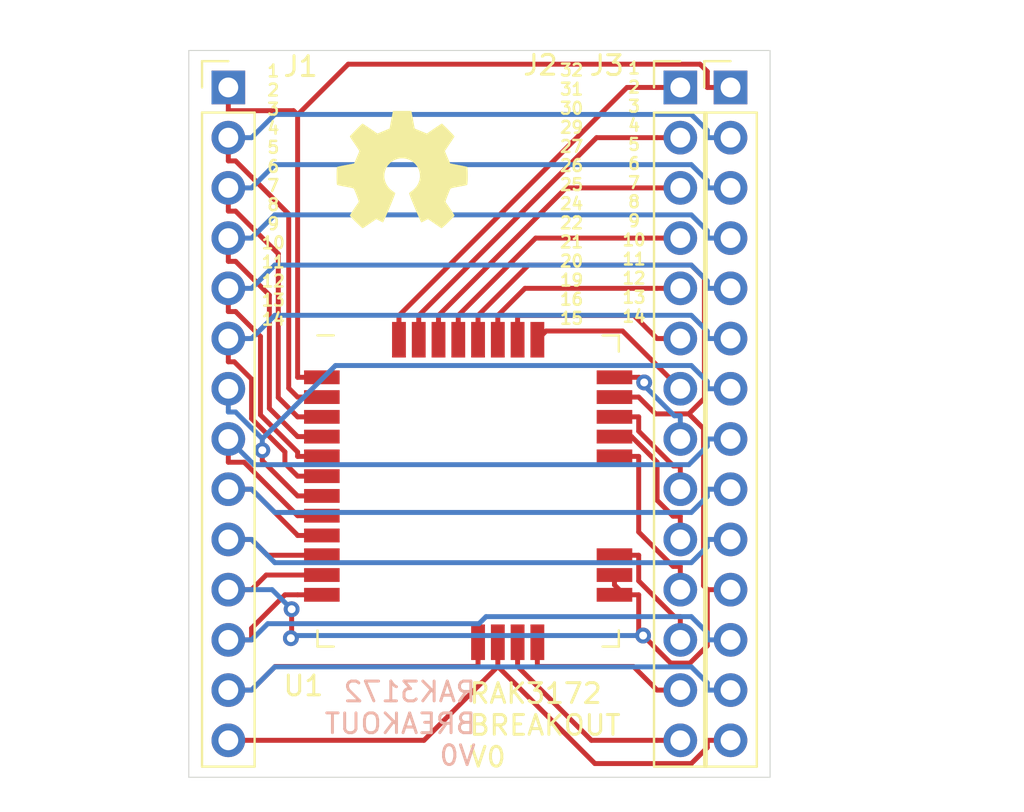
<source format=kicad_pcb>
(kicad_pcb (version 20171130) (host pcbnew 5.1.5+dfsg1-2build2)

  (general
    (thickness 1.6)
    (drawings 9)
    (tracks 244)
    (zones 0)
    (modules 5)
    (nets 29)
  )

  (page A4)
  (title_block
    (title RAK3172_BREAKBOARD)
  )

  (layers
    (0 F.Cu signal)
    (31 B.Cu signal)
    (32 B.Adhes user)
    (33 F.Adhes user)
    (34 B.Paste user)
    (35 F.Paste user)
    (36 B.SilkS user)
    (37 F.SilkS user)
    (38 B.Mask user)
    (39 F.Mask user)
    (40 Dwgs.User user)
    (41 Cmts.User user)
    (42 Eco1.User user)
    (43 Eco2.User user)
    (44 Edge.Cuts user)
    (45 Margin user)
    (46 B.CrtYd user)
    (47 F.CrtYd user)
    (48 B.Fab user)
    (49 F.Fab user)
  )

  (setup
    (last_trace_width 0.25)
    (trace_clearance 0.2)
    (zone_clearance 0.508)
    (zone_45_only no)
    (trace_min 0.2)
    (via_size 0.8)
    (via_drill 0.4)
    (via_min_size 0.4)
    (via_min_drill 0.3)
    (uvia_size 0.3)
    (uvia_drill 0.1)
    (uvias_allowed no)
    (uvia_min_size 0.2)
    (uvia_min_drill 0.1)
    (edge_width 0.05)
    (segment_width 0.2)
    (pcb_text_width 0.3)
    (pcb_text_size 1.5 1.5)
    (mod_edge_width 0.12)
    (mod_text_size 1 1)
    (mod_text_width 0.15)
    (pad_size 1.524 1.524)
    (pad_drill 0.762)
    (pad_to_mask_clearance 0.051)
    (solder_mask_min_width 0.25)
    (aux_axis_origin 0 0)
    (visible_elements FFFFFF7F)
    (pcbplotparams
      (layerselection 0x010f0_ffffffff)
      (usegerberextensions false)
      (usegerberattributes false)
      (usegerberadvancedattributes false)
      (creategerberjobfile false)
      (excludeedgelayer true)
      (linewidth 0.100000)
      (plotframeref false)
      (viasonmask false)
      (mode 1)
      (useauxorigin false)
      (hpglpennumber 1)
      (hpglpenspeed 20)
      (hpglpendiameter 15.000000)
      (psnegative false)
      (psa4output false)
      (plotreference true)
      (plotvalue true)
      (plotinvisibletext false)
      (padsonsilk false)
      (subtractmaskfromsilk false)
      (outputformat 1)
      (mirror false)
      (drillshape 0)
      (scaleselection 1)
      (outputdirectory "gerber/single/"))
  )

  (net 0 "")
  (net 1 /ICPIN02)
  (net 2 /ICPIN01)
  (net 3 /ICPIN22)
  (net 4 /ICPIN21)
  (net 5 /ICPIN20)
  (net 6 /ICPIN19)
  (net 7 /ICPIN16)
  (net 8 /ICPIN15)
  (net 9 /ICPIN13)
  (net 10 /ICPIN12)
  (net 11 /ICPIN11)
  (net 12 /ICPIN10)
  (net 13 /ICPIN09)
  (net 14 /ICPIN08)
  (net 15 /ICPIN07)
  (net 16 /ICPIN06)
  (net 17 /ICPIN05)
  (net 18 /ICPIN04)
  (net 19 /ICPIN03)
  (net 20 /ICPIN24)
  (net 21 /ICPIN25)
  (net 22 /ICPIN26)
  (net 23 /ICPIN27)
  (net 24 /ICPIN29)
  (net 25 /ICPIN30)
  (net 26 /ICPIN31)
  (net 27 /ICPIN32)
  (net 28 /ICPIN14)

  (net_class Default "This is the default net class."
    (clearance 0.2)
    (trace_width 0.25)
    (via_dia 0.8)
    (via_drill 0.4)
    (uvia_dia 0.3)
    (uvia_drill 0.1)
    (add_net /ICPIN01)
    (add_net /ICPIN02)
    (add_net /ICPIN03)
    (add_net /ICPIN04)
    (add_net /ICPIN05)
    (add_net /ICPIN06)
    (add_net /ICPIN07)
    (add_net /ICPIN08)
    (add_net /ICPIN09)
    (add_net /ICPIN10)
    (add_net /ICPIN11)
    (add_net /ICPIN12)
    (add_net /ICPIN13)
    (add_net /ICPIN14)
    (add_net /ICPIN15)
    (add_net /ICPIN16)
    (add_net /ICPIN19)
    (add_net /ICPIN20)
    (add_net /ICPIN21)
    (add_net /ICPIN22)
    (add_net /ICPIN24)
    (add_net /ICPIN25)
    (add_net /ICPIN26)
    (add_net /ICPIN27)
    (add_net /ICPIN29)
    (add_net /ICPIN30)
    (add_net /ICPIN31)
    (add_net /ICPIN32)
  )

  (module RAKWIRELESS:RAK3172 (layer F.Cu) (tedit 621EFB45) (tstamp 621FB1C2)
    (at 64.13 72.28)
    (descr "RAK3712 LPWAN Module https://site-file.fomillesite.com/1260815565112336386/1427562149389201410.pdf")
    (tags "LoRa LoRaWAN RAK3712")
    (path /621FD6BE)
    (attr smd)
    (fp_text reference U1 (at -8.33128 9.85344) (layer F.SilkS)
      (effects (font (size 1 1) (thickness 0.15)))
    )
    (fp_text value RAK3172 (at 0 10.16) (layer F.Fab)
      (effects (font (size 1 1) (thickness 0.15)))
    )
    (fp_line (start 8.55 8.8) (end -8.55 8.8) (layer F.CrtYd) (width 0.05))
    (fp_line (start 8.55 -8.8) (end -8.55 -8.8) (layer F.CrtYd) (width 0.05))
    (fp_line (start -8.55 -8.8) (end -8.55 8.8) (layer F.CrtYd) (width 0.05))
    (fp_line (start 8.55 -8.8) (end 8.55 8.8) (layer F.CrtYd) (width 0.05))
    (fp_line (start -7.62 -7.87) (end -6.8 -7.87) (layer F.SilkS) (width 0.12))
    (fp_line (start 7.62 -7.05) (end 7.62 -7.87) (layer F.SilkS) (width 0.12))
    (fp_line (start 7.62 -7.87) (end 6.8 -7.87) (layer F.SilkS) (width 0.12))
    (fp_line (start -7.62 7.05) (end -7.62 7.87) (layer F.SilkS) (width 0.12))
    (fp_line (start -6.8 7.87) (end -7.62 7.87) (layer F.SilkS) (width 0.12))
    (fp_line (start 7.62 7.05) (end 7.62 7.87) (layer F.SilkS) (width 0.12))
    (fp_line (start 6.8 7.87) (end 7.62 7.87) (layer F.SilkS) (width 0.12))
    (fp_line (start -6.8 -7.75) (end 7.5 -7.75) (layer F.Fab) (width 0.1))
    (fp_line (start -7.5 7.75) (end 7.5 7.75) (layer F.Fab) (width 0.1))
    (fp_line (start 7.5 -7.75) (end 7.5 7.75) (layer F.Fab) (width 0.1))
    (fp_line (start -7.5 -7.05) (end -7.5 7.75) (layer F.Fab) (width 0.1))
    (fp_line (start -7.5 -7.05) (end -6.8 -7.75) (layer F.Fab) (width 0.1))
    (fp_text user %R (at 0 0) (layer F.Fab)
      (effects (font (size 1 1) (thickness 0.15)))
    )
    (pad 25 smd rect (at 3.5 -7.65 270) (size 1.8 0.7) (layers F.Cu F.Paste F.Mask)
      (net 21 /ICPIN25))
    (pad 26 smd rect (at 2.5 -7.65 270) (size 1.8 0.7) (layers F.Cu F.Paste F.Mask)
      (net 22 /ICPIN26))
    (pad 27 smd rect (at 1.5 -7.65 270) (size 1.8 0.7) (layers F.Cu F.Paste F.Mask)
      (net 23 /ICPIN27))
    (pad 28 smd rect (at 0.5 -7.65 270) (size 1.8 0.7) (layers F.Cu F.Paste F.Mask)
      (net 11 /ICPIN11))
    (pad 29 smd rect (at -0.5 -7.65 270) (size 1.8 0.7) (layers F.Cu F.Paste F.Mask)
      (net 24 /ICPIN29))
    (pad 30 smd rect (at -1.5 -7.65 270) (size 1.8 0.7) (layers F.Cu F.Paste F.Mask)
      (net 25 /ICPIN30))
    (pad 31 smd rect (at -2.5 -7.65 270) (size 1.8 0.7) (layers F.Cu F.Paste F.Mask)
      (net 26 /ICPIN31))
    (pad 32 smd rect (at -3.5 -7.65 270) (size 1.8 0.7) (layers F.Cu F.Paste F.Mask)
      (net 27 /ICPIN32))
    (pad 24 smd rect (at 7.4 -5.75) (size 1.8 0.7) (layers F.Cu F.Paste F.Mask)
      (net 20 /ICPIN24))
    (pad 23 smd rect (at 7.4 -4.75) (size 1.8 0.7) (layers F.Cu F.Paste F.Mask)
      (net 11 /ICPIN11))
    (pad 22 smd rect (at 7.4 -3.75) (size 1.8 0.7) (layers F.Cu F.Paste F.Mask)
      (net 3 /ICPIN22))
    (pad 21 smd rect (at 7.4 -2.75) (size 1.8 0.7) (layers F.Cu F.Paste F.Mask)
      (net 4 /ICPIN21))
    (pad 20 smd rect (at 7.4 -1.75) (size 1.8 0.7) (layers F.Cu F.Paste F.Mask)
      (net 5 /ICPIN20))
    (pad 19 smd rect (at 7.4 3.25) (size 1.8 0.7) (layers F.Cu F.Paste F.Mask)
      (net 6 /ICPIN19))
    (pad 18 smd rect (at 7.4 4.25) (size 1.8 0.7) (layers F.Cu F.Paste F.Mask)
      (net 11 /ICPIN11))
    (pad 17 smd rect (at 7.4 5.25) (size 1.8 0.7) (layers F.Cu F.Paste F.Mask)
      (net 11 /ICPIN11))
    (pad 12 smd rect (at -7.4 5.25) (size 1.8 0.7) (layers F.Cu F.Paste F.Mask)
      (net 10 /ICPIN12))
    (pad 11 smd rect (at -7.4 4.25) (size 1.8 0.7) (layers F.Cu F.Paste F.Mask)
      (net 11 /ICPIN11))
    (pad 10 smd rect (at -7.4 3.25) (size 1.8 0.7) (layers F.Cu F.Paste F.Mask)
      (net 12 /ICPIN10))
    (pad 9 smd rect (at -7.4 2.25) (size 1.8 0.7) (layers F.Cu F.Paste F.Mask)
      (net 13 /ICPIN09))
    (pad 3 smd rect (at -7.4 -3.75) (size 1.8 0.7) (layers F.Cu F.Paste F.Mask)
      (net 19 /ICPIN03))
    (pad 4 smd rect (at -7.4 -2.75) (size 1.8 0.7) (layers F.Cu F.Paste F.Mask)
      (net 18 /ICPIN04))
    (pad 5 smd rect (at -7.4 -1.75) (size 1.8 0.7) (layers F.Cu F.Paste F.Mask)
      (net 17 /ICPIN05))
    (pad 6 smd rect (at -7.4 -0.75) (size 1.8 0.7) (layers F.Cu F.Paste F.Mask)
      (net 16 /ICPIN06))
    (pad 16 smd rect (at 3.5 7.65 90) (size 1.8 0.7) (layers F.Cu F.Paste F.Mask)
      (net 7 /ICPIN16))
    (pad 2 smd rect (at -7.4 -4.75) (size 1.8 0.7) (layers F.Cu F.Paste F.Mask)
      (net 1 /ICPIN02))
    (pad 1 smd rect (at -7.4 -5.75) (size 1.8 0.7) (layers F.Cu F.Paste F.Mask)
      (net 2 /ICPIN01))
    (pad 15 smd rect (at 2.5 7.65 90) (size 1.8 0.7) (layers F.Cu F.Paste F.Mask)
      (net 8 /ICPIN15))
    (pad 14 smd rect (at 1.5 7.65 90) (size 1.8 0.7) (layers F.Cu F.Paste F.Mask)
      (net 28 /ICPIN14))
    (pad 13 smd rect (at 0.5 7.65 270) (size 1.8 0.7) (layers F.Cu F.Paste F.Mask)
      (net 9 /ICPIN13))
    (pad 8 smd rect (at -7.4 1.25) (size 1.8 0.7) (layers F.Cu F.Paste F.Mask)
      (net 14 /ICPIN08))
    (pad 7 smd rect (at -7.4 0.25) (size 1.8 0.7) (layers F.Cu F.Paste F.Mask)
      (net 15 /ICPIN07))
    (model ${KISYS3DMOD}/RF_Module.3dshapes/RAK3712.wrl
      (at (xyz 0 0 0))
      (scale (xyz 1 1 1))
      (rotate (xyz 0 0 0))
    )
  )

  (module Connector_PinHeader_2.54mm:PinHeader_1x14_P2.54mm_Vertical (layer F.Cu) (tedit 59FED5CC) (tstamp 621F5E7E)
    (at 77.4 51.87)
    (descr "Through hole straight pin header, 1x14, 2.54mm pitch, single row")
    (tags "Through hole pin header THT 1x14 2.54mm single row")
    (path /621F6CCC)
    (fp_text reference J3 (at -6.25968 -1.11064) (layer F.SilkS)
      (effects (font (size 1 1) (thickness 0.15)))
    )
    (fp_text value Conn_01x14_Male (at 0 35.35) (layer F.Fab)
      (effects (font (size 1 1) (thickness 0.15)))
    )
    (fp_text user %R (at 0 16.51 90) (layer F.Fab)
      (effects (font (size 1 1) (thickness 0.15)))
    )
    (fp_line (start 1.8 -1.8) (end -1.8 -1.8) (layer F.CrtYd) (width 0.05))
    (fp_line (start 1.8 34.8) (end 1.8 -1.8) (layer F.CrtYd) (width 0.05))
    (fp_line (start -1.8 34.8) (end 1.8 34.8) (layer F.CrtYd) (width 0.05))
    (fp_line (start -1.8 -1.8) (end -1.8 34.8) (layer F.CrtYd) (width 0.05))
    (fp_line (start -1.33 -1.33) (end 0 -1.33) (layer F.SilkS) (width 0.12))
    (fp_line (start -1.33 0) (end -1.33 -1.33) (layer F.SilkS) (width 0.12))
    (fp_line (start -1.33 1.27) (end 1.33 1.27) (layer F.SilkS) (width 0.12))
    (fp_line (start 1.33 1.27) (end 1.33 34.35) (layer F.SilkS) (width 0.12))
    (fp_line (start -1.33 1.27) (end -1.33 34.35) (layer F.SilkS) (width 0.12))
    (fp_line (start -1.33 34.35) (end 1.33 34.35) (layer F.SilkS) (width 0.12))
    (fp_line (start -1.27 -0.635) (end -0.635 -1.27) (layer F.Fab) (width 0.1))
    (fp_line (start -1.27 34.29) (end -1.27 -0.635) (layer F.Fab) (width 0.1))
    (fp_line (start 1.27 34.29) (end -1.27 34.29) (layer F.Fab) (width 0.1))
    (fp_line (start 1.27 -1.27) (end 1.27 34.29) (layer F.Fab) (width 0.1))
    (fp_line (start -0.635 -1.27) (end 1.27 -1.27) (layer F.Fab) (width 0.1))
    (pad 14 thru_hole oval (at 0 33.02) (size 1.7 1.7) (drill 1) (layers *.Cu *.Mask)
      (net 28 /ICPIN14))
    (pad 13 thru_hole oval (at 0 30.48) (size 1.7 1.7) (drill 1) (layers *.Cu *.Mask)
      (net 9 /ICPIN13))
    (pad 12 thru_hole oval (at 0 27.94) (size 1.7 1.7) (drill 1) (layers *.Cu *.Mask)
      (net 10 /ICPIN12))
    (pad 11 thru_hole oval (at 0 25.4) (size 1.7 1.7) (drill 1) (layers *.Cu *.Mask)
      (net 11 /ICPIN11))
    (pad 10 thru_hole oval (at 0 22.86) (size 1.7 1.7) (drill 1) (layers *.Cu *.Mask)
      (net 12 /ICPIN10))
    (pad 9 thru_hole oval (at 0 20.32) (size 1.7 1.7) (drill 1) (layers *.Cu *.Mask)
      (net 13 /ICPIN09))
    (pad 8 thru_hole oval (at 0 17.78) (size 1.7 1.7) (drill 1) (layers *.Cu *.Mask)
      (net 14 /ICPIN08))
    (pad 7 thru_hole oval (at 0 15.24) (size 1.7 1.7) (drill 1) (layers *.Cu *.Mask)
      (net 15 /ICPIN07))
    (pad 6 thru_hole oval (at 0 12.7) (size 1.7 1.7) (drill 1) (layers *.Cu *.Mask)
      (net 16 /ICPIN06))
    (pad 5 thru_hole oval (at 0 10.16) (size 1.7 1.7) (drill 1) (layers *.Cu *.Mask)
      (net 17 /ICPIN05))
    (pad 4 thru_hole oval (at 0 7.62) (size 1.7 1.7) (drill 1) (layers *.Cu *.Mask)
      (net 18 /ICPIN04))
    (pad 3 thru_hole oval (at 0 5.08) (size 1.7 1.7) (drill 1) (layers *.Cu *.Mask)
      (net 19 /ICPIN03))
    (pad 2 thru_hole oval (at 0 2.54) (size 1.7 1.7) (drill 1) (layers *.Cu *.Mask)
      (net 1 /ICPIN02))
    (pad 1 thru_hole rect (at 0 0) (size 1.7 1.7) (drill 1) (layers *.Cu *.Mask)
      (net 2 /ICPIN01))
    (model ${KISYS3DMOD}/Connector_PinHeader_2.54mm.3dshapes/PinHeader_1x14_P2.54mm_Vertical.wrl
      (at (xyz 0 0 0))
      (scale (xyz 1 1 1))
      (rotate (xyz 0 0 0))
    )
  )

  (module Connector_PinHeader_2.54mm:PinHeader_1x14_P2.54mm_Vertical (layer F.Cu) (tedit 59FED5CC) (tstamp 621F5440)
    (at 74.86 51.87)
    (descr "Through hole straight pin header, 1x14, 2.54mm pitch, single row")
    (tags "Through hole pin header THT 1x14 2.54mm single row")
    (path /621FB759)
    (fp_text reference J2 (at -7.07248 -1.12588) (layer F.SilkS)
      (effects (font (size 1 1) (thickness 0.15)))
    )
    (fp_text value Conn_01x14_Male (at 0 35.35) (layer F.Fab)
      (effects (font (size 1 1) (thickness 0.15)))
    )
    (fp_text user %R (at 0 16.51 90) (layer F.Fab)
      (effects (font (size 1 1) (thickness 0.15)))
    )
    (fp_line (start 1.8 -1.8) (end -1.8 -1.8) (layer F.CrtYd) (width 0.05))
    (fp_line (start 1.8 34.8) (end 1.8 -1.8) (layer F.CrtYd) (width 0.05))
    (fp_line (start -1.8 34.8) (end 1.8 34.8) (layer F.CrtYd) (width 0.05))
    (fp_line (start -1.8 -1.8) (end -1.8 34.8) (layer F.CrtYd) (width 0.05))
    (fp_line (start -1.33 -1.33) (end 0 -1.33) (layer F.SilkS) (width 0.12))
    (fp_line (start -1.33 0) (end -1.33 -1.33) (layer F.SilkS) (width 0.12))
    (fp_line (start -1.33 1.27) (end 1.33 1.27) (layer F.SilkS) (width 0.12))
    (fp_line (start 1.33 1.27) (end 1.33 34.35) (layer F.SilkS) (width 0.12))
    (fp_line (start -1.33 1.27) (end -1.33 34.35) (layer F.SilkS) (width 0.12))
    (fp_line (start -1.33 34.35) (end 1.33 34.35) (layer F.SilkS) (width 0.12))
    (fp_line (start -1.27 -0.635) (end -0.635 -1.27) (layer F.Fab) (width 0.1))
    (fp_line (start -1.27 34.29) (end -1.27 -0.635) (layer F.Fab) (width 0.1))
    (fp_line (start 1.27 34.29) (end -1.27 34.29) (layer F.Fab) (width 0.1))
    (fp_line (start 1.27 -1.27) (end 1.27 34.29) (layer F.Fab) (width 0.1))
    (fp_line (start -0.635 -1.27) (end 1.27 -1.27) (layer F.Fab) (width 0.1))
    (pad 14 thru_hole oval (at 0 33.02) (size 1.7 1.7) (drill 1) (layers *.Cu *.Mask)
      (net 8 /ICPIN15))
    (pad 13 thru_hole oval (at 0 30.48) (size 1.7 1.7) (drill 1) (layers *.Cu *.Mask)
      (net 7 /ICPIN16))
    (pad 12 thru_hole oval (at 0 27.94) (size 1.7 1.7) (drill 1) (layers *.Cu *.Mask)
      (net 6 /ICPIN19))
    (pad 11 thru_hole oval (at 0 25.4) (size 1.7 1.7) (drill 1) (layers *.Cu *.Mask)
      (net 5 /ICPIN20))
    (pad 10 thru_hole oval (at 0 22.86) (size 1.7 1.7) (drill 1) (layers *.Cu *.Mask)
      (net 4 /ICPIN21))
    (pad 9 thru_hole oval (at 0 20.32) (size 1.7 1.7) (drill 1) (layers *.Cu *.Mask)
      (net 3 /ICPIN22))
    (pad 8 thru_hole oval (at 0 17.78) (size 1.7 1.7) (drill 1) (layers *.Cu *.Mask)
      (net 20 /ICPIN24))
    (pad 7 thru_hole oval (at 0 15.24) (size 1.7 1.7) (drill 1) (layers *.Cu *.Mask)
      (net 21 /ICPIN25))
    (pad 6 thru_hole oval (at 0 12.7) (size 1.7 1.7) (drill 1) (layers *.Cu *.Mask)
      (net 22 /ICPIN26))
    (pad 5 thru_hole oval (at 0 10.16) (size 1.7 1.7) (drill 1) (layers *.Cu *.Mask)
      (net 23 /ICPIN27))
    (pad 4 thru_hole oval (at 0 7.62) (size 1.7 1.7) (drill 1) (layers *.Cu *.Mask)
      (net 24 /ICPIN29))
    (pad 3 thru_hole oval (at 0 5.08) (size 1.7 1.7) (drill 1) (layers *.Cu *.Mask)
      (net 25 /ICPIN30))
    (pad 2 thru_hole oval (at 0 2.54) (size 1.7 1.7) (drill 1) (layers *.Cu *.Mask)
      (net 26 /ICPIN31))
    (pad 1 thru_hole rect (at 0 0) (size 1.7 1.7) (drill 1) (layers *.Cu *.Mask)
      (net 27 /ICPIN32))
    (model ${KISYS3DMOD}/Connector_PinHeader_2.54mm.3dshapes/PinHeader_1x14_P2.54mm_Vertical.wrl
      (at (xyz 0 0 0))
      (scale (xyz 1 1 1))
      (rotate (xyz 0 0 0))
    )
  )

  (module Connector_PinHeader_2.54mm:PinHeader_1x14_P2.54mm_Vertical (layer F.Cu) (tedit 59FED5CC) (tstamp 621F541E)
    (at 52 51.87)
    (descr "Through hole straight pin header, 1x14, 2.54mm pitch, single row")
    (tags "Through hole pin header THT 1x14 2.54mm single row")
    (path /621F2722)
    (fp_text reference J1 (at 3.65648 -1.05984) (layer F.SilkS)
      (effects (font (size 1 1) (thickness 0.15)))
    )
    (fp_text value Conn_01x14_Male (at 0 35.35) (layer F.Fab)
      (effects (font (size 1 1) (thickness 0.15)))
    )
    (fp_text user %R (at 0 16.51 90) (layer F.Fab)
      (effects (font (size 1 1) (thickness 0.15)))
    )
    (fp_line (start 1.8 -1.8) (end -1.8 -1.8) (layer F.CrtYd) (width 0.05))
    (fp_line (start 1.8 34.8) (end 1.8 -1.8) (layer F.CrtYd) (width 0.05))
    (fp_line (start -1.8 34.8) (end 1.8 34.8) (layer F.CrtYd) (width 0.05))
    (fp_line (start -1.8 -1.8) (end -1.8 34.8) (layer F.CrtYd) (width 0.05))
    (fp_line (start -1.33 -1.33) (end 0 -1.33) (layer F.SilkS) (width 0.12))
    (fp_line (start -1.33 0) (end -1.33 -1.33) (layer F.SilkS) (width 0.12))
    (fp_line (start -1.33 1.27) (end 1.33 1.27) (layer F.SilkS) (width 0.12))
    (fp_line (start 1.33 1.27) (end 1.33 34.35) (layer F.SilkS) (width 0.12))
    (fp_line (start -1.33 1.27) (end -1.33 34.35) (layer F.SilkS) (width 0.12))
    (fp_line (start -1.33 34.35) (end 1.33 34.35) (layer F.SilkS) (width 0.12))
    (fp_line (start -1.27 -0.635) (end -0.635 -1.27) (layer F.Fab) (width 0.1))
    (fp_line (start -1.27 34.29) (end -1.27 -0.635) (layer F.Fab) (width 0.1))
    (fp_line (start 1.27 34.29) (end -1.27 34.29) (layer F.Fab) (width 0.1))
    (fp_line (start 1.27 -1.27) (end 1.27 34.29) (layer F.Fab) (width 0.1))
    (fp_line (start -0.635 -1.27) (end 1.27 -1.27) (layer F.Fab) (width 0.1))
    (pad 14 thru_hole oval (at 0 33.02) (size 1.7 1.7) (drill 1) (layers *.Cu *.Mask)
      (net 28 /ICPIN14))
    (pad 13 thru_hole oval (at 0 30.48) (size 1.7 1.7) (drill 1) (layers *.Cu *.Mask)
      (net 9 /ICPIN13))
    (pad 12 thru_hole oval (at 0 27.94) (size 1.7 1.7) (drill 1) (layers *.Cu *.Mask)
      (net 10 /ICPIN12))
    (pad 11 thru_hole oval (at 0 25.4) (size 1.7 1.7) (drill 1) (layers *.Cu *.Mask)
      (net 11 /ICPIN11))
    (pad 10 thru_hole oval (at 0 22.86) (size 1.7 1.7) (drill 1) (layers *.Cu *.Mask)
      (net 12 /ICPIN10))
    (pad 9 thru_hole oval (at 0 20.32) (size 1.7 1.7) (drill 1) (layers *.Cu *.Mask)
      (net 13 /ICPIN09))
    (pad 8 thru_hole oval (at 0 17.78) (size 1.7 1.7) (drill 1) (layers *.Cu *.Mask)
      (net 14 /ICPIN08))
    (pad 7 thru_hole oval (at 0 15.24) (size 1.7 1.7) (drill 1) (layers *.Cu *.Mask)
      (net 15 /ICPIN07))
    (pad 6 thru_hole oval (at 0 12.7) (size 1.7 1.7) (drill 1) (layers *.Cu *.Mask)
      (net 16 /ICPIN06))
    (pad 5 thru_hole oval (at 0 10.16) (size 1.7 1.7) (drill 1) (layers *.Cu *.Mask)
      (net 17 /ICPIN05))
    (pad 4 thru_hole oval (at 0 7.62) (size 1.7 1.7) (drill 1) (layers *.Cu *.Mask)
      (net 18 /ICPIN04))
    (pad 3 thru_hole oval (at 0 5.08) (size 1.7 1.7) (drill 1) (layers *.Cu *.Mask)
      (net 19 /ICPIN03))
    (pad 2 thru_hole oval (at 0 2.54) (size 1.7 1.7) (drill 1) (layers *.Cu *.Mask)
      (net 1 /ICPIN02))
    (pad 1 thru_hole rect (at 0 0) (size 1.7 1.7) (drill 1) (layers *.Cu *.Mask)
      (net 2 /ICPIN01))
    (model ${KISYS3DMOD}/Connector_PinHeader_2.54mm.3dshapes/PinHeader_1x14_P2.54mm_Vertical.wrl
      (at (xyz 0 0 0))
      (scale (xyz 1 1 1))
      (rotate (xyz 0 0 0))
    )
  )

  (module Symbol:OSHW-Symbol_6.7x6mm_SilkScreen (layer F.Cu) (tedit 0) (tstamp 61FB43E1)
    (at 60.7822 56.03748)
    (descr "Open Source Hardware Symbol")
    (tags "Logo Symbol OSHW")
    (attr virtual)
    (fp_text reference REF** (at 0 0) (layer F.SilkS) hide
      (effects (font (size 1 1) (thickness 0.15)))
    )
    (fp_text value OSHW-Symbol_6.7x6mm_SilkScreen (at 0.75 0) (layer F.Fab) hide
      (effects (font (size 1 1) (thickness 0.15)))
    )
    (fp_poly (pts (xy 0.555814 -2.531069) (xy 0.639635 -2.086445) (xy 0.94892 -1.958947) (xy 1.258206 -1.831449)
      (xy 1.629246 -2.083754) (xy 1.733157 -2.154004) (xy 1.827087 -2.216728) (xy 1.906652 -2.269062)
      (xy 1.96747 -2.308143) (xy 2.005157 -2.331107) (xy 2.015421 -2.336058) (xy 2.03391 -2.323324)
      (xy 2.07342 -2.288118) (xy 2.129522 -2.234938) (xy 2.197787 -2.168282) (xy 2.273786 -2.092646)
      (xy 2.353092 -2.012528) (xy 2.431275 -1.932426) (xy 2.503907 -1.856836) (xy 2.566559 -1.790255)
      (xy 2.614803 -1.737182) (xy 2.64421 -1.702113) (xy 2.651241 -1.690377) (xy 2.641123 -1.66874)
      (xy 2.612759 -1.621338) (xy 2.569129 -1.552807) (xy 2.513218 -1.467785) (xy 2.448006 -1.370907)
      (xy 2.410219 -1.31565) (xy 2.341343 -1.214752) (xy 2.28014 -1.123701) (xy 2.229578 -1.04703)
      (xy 2.192628 -0.989272) (xy 2.172258 -0.954957) (xy 2.169197 -0.947746) (xy 2.176136 -0.927252)
      (xy 2.195051 -0.879487) (xy 2.223087 -0.811168) (xy 2.257391 -0.729011) (xy 2.295109 -0.63973)
      (xy 2.333387 -0.550042) (xy 2.36937 -0.466662) (xy 2.400206 -0.396306) (xy 2.423039 -0.34569)
      (xy 2.435017 -0.321529) (xy 2.435724 -0.320578) (xy 2.454531 -0.315964) (xy 2.504618 -0.305672)
      (xy 2.580793 -0.290713) (xy 2.677865 -0.272099) (xy 2.790643 -0.250841) (xy 2.856442 -0.238582)
      (xy 2.97695 -0.215638) (xy 3.085797 -0.193805) (xy 3.177476 -0.174278) (xy 3.246481 -0.158252)
      (xy 3.287304 -0.146921) (xy 3.295511 -0.143326) (xy 3.303548 -0.118994) (xy 3.310033 -0.064041)
      (xy 3.31497 0.015108) (xy 3.318364 0.112026) (xy 3.320218 0.220287) (xy 3.320538 0.333465)
      (xy 3.319327 0.445135) (xy 3.31659 0.548868) (xy 3.312331 0.638241) (xy 3.306555 0.706826)
      (xy 3.299267 0.748197) (xy 3.294895 0.75681) (xy 3.268764 0.767133) (xy 3.213393 0.781892)
      (xy 3.136107 0.799352) (xy 3.04423 0.81778) (xy 3.012158 0.823741) (xy 2.857524 0.852066)
      (xy 2.735375 0.874876) (xy 2.641673 0.89308) (xy 2.572384 0.907583) (xy 2.523471 0.919292)
      (xy 2.490897 0.929115) (xy 2.470628 0.937956) (xy 2.458626 0.946724) (xy 2.456947 0.948457)
      (xy 2.440184 0.976371) (xy 2.414614 1.030695) (xy 2.382788 1.104777) (xy 2.34726 1.191965)
      (xy 2.310583 1.285608) (xy 2.275311 1.379052) (xy 2.243996 1.465647) (xy 2.219193 1.53874)
      (xy 2.203454 1.591678) (xy 2.199332 1.617811) (xy 2.199676 1.618726) (xy 2.213641 1.640086)
      (xy 2.245322 1.687084) (xy 2.291391 1.754827) (xy 2.348518 1.838423) (xy 2.413373 1.932982)
      (xy 2.431843 1.959854) (xy 2.497699 2.057275) (xy 2.55565 2.146163) (xy 2.602538 2.221412)
      (xy 2.635207 2.27792) (xy 2.6505 2.310581) (xy 2.651241 2.314593) (xy 2.638392 2.335684)
      (xy 2.602888 2.377464) (xy 2.549293 2.435445) (xy 2.482171 2.505135) (xy 2.406087 2.582045)
      (xy 2.325604 2.661683) (xy 2.245287 2.739561) (xy 2.169699 2.811186) (xy 2.103405 2.87207)
      (xy 2.050969 2.917721) (xy 2.016955 2.94365) (xy 2.007545 2.947883) (xy 1.985643 2.937912)
      (xy 1.9408 2.91102) (xy 1.880321 2.871736) (xy 1.833789 2.840117) (xy 1.749475 2.782098)
      (xy 1.649626 2.713784) (xy 1.549473 2.645579) (xy 1.495627 2.609075) (xy 1.313371 2.4858)
      (xy 1.160381 2.56852) (xy 1.090682 2.604759) (xy 1.031414 2.632926) (xy 0.991311 2.648991)
      (xy 0.981103 2.651226) (xy 0.968829 2.634722) (xy 0.944613 2.588082) (xy 0.910263 2.515609)
      (xy 0.867588 2.421606) (xy 0.818394 2.310374) (xy 0.76449 2.186215) (xy 0.707684 2.053432)
      (xy 0.649782 1.916327) (xy 0.592593 1.779202) (xy 0.537924 1.646358) (xy 0.487584 1.522098)
      (xy 0.44338 1.410725) (xy 0.407119 1.316539) (xy 0.380609 1.243844) (xy 0.365658 1.196941)
      (xy 0.363254 1.180833) (xy 0.382311 1.160286) (xy 0.424036 1.126933) (xy 0.479706 1.087702)
      (xy 0.484378 1.084599) (xy 0.628264 0.969423) (xy 0.744283 0.835053) (xy 0.83143 0.685784)
      (xy 0.888699 0.525913) (xy 0.915086 0.359737) (xy 0.909585 0.191552) (xy 0.87119 0.025655)
      (xy 0.798895 -0.133658) (xy 0.777626 -0.168513) (xy 0.666996 -0.309263) (xy 0.536302 -0.422286)
      (xy 0.390064 -0.506997) (xy 0.232808 -0.562806) (xy 0.069057 -0.589126) (xy -0.096667 -0.58537)
      (xy -0.259838 -0.55095) (xy -0.415935 -0.485277) (xy -0.560433 -0.387765) (xy -0.605131 -0.348187)
      (xy -0.718888 -0.224297) (xy -0.801782 -0.093876) (xy -0.858644 0.052315) (xy -0.890313 0.197088)
      (xy -0.898131 0.35986) (xy -0.872062 0.52344) (xy -0.814755 0.682298) (xy -0.728856 0.830906)
      (xy -0.617014 0.963735) (xy -0.481877 1.075256) (xy -0.464117 1.087011) (xy -0.40785 1.125508)
      (xy -0.365077 1.158863) (xy -0.344628 1.18016) (xy -0.344331 1.180833) (xy -0.348721 1.203871)
      (xy -0.366124 1.256157) (xy -0.394732 1.33339) (xy -0.432735 1.431268) (xy -0.478326 1.545491)
      (xy -0.529697 1.671758) (xy -0.585038 1.805767) (xy -0.642542 1.943218) (xy -0.700399 2.079808)
      (xy -0.756802 2.211237) (xy -0.809942 2.333205) (xy -0.85801 2.441409) (xy -0.899199 2.531549)
      (xy -0.931699 2.599323) (xy -0.953703 2.64043) (xy -0.962564 2.651226) (xy -0.98964 2.642819)
      (xy -1.040303 2.620272) (xy -1.105817 2.587613) (xy -1.141841 2.56852) (xy -1.294832 2.4858)
      (xy -1.477088 2.609075) (xy -1.570125 2.672228) (xy -1.671985 2.741727) (xy -1.767438 2.807165)
      (xy -1.81525 2.840117) (xy -1.882495 2.885273) (xy -1.939436 2.921057) (xy -1.978646 2.942938)
      (xy -1.991381 2.947563) (xy -2.009917 2.935085) (xy -2.050941 2.900252) (xy -2.110475 2.846678)
      (xy -2.184542 2.777983) (xy -2.269165 2.697781) (xy -2.322685 2.646286) (xy -2.416319 2.554286)
      (xy -2.497241 2.471999) (xy -2.562177 2.402945) (xy -2.607858 2.350644) (xy -2.631011 2.318616)
      (xy -2.633232 2.312116) (xy -2.622924 2.287394) (xy -2.594439 2.237405) (xy -2.550937 2.167212)
      (xy -2.495577 2.081875) (xy -2.43152 1.986456) (xy -2.413303 1.959854) (xy -2.346927 1.863167)
      (xy -2.287378 1.776117) (xy -2.237984 1.703595) (xy -2.202075 1.650493) (xy -2.182981 1.621703)
      (xy -2.181136 1.618726) (xy -2.183895 1.595782) (xy -2.198538 1.545336) (xy -2.222513 1.474041)
      (xy -2.253266 1.388547) (xy -2.288244 1.295507) (xy -2.324893 1.201574) (xy -2.360661 1.113399)
      (xy -2.392994 1.037634) (xy -2.419338 0.980931) (xy -2.437142 0.949943) (xy -2.438407 0.948457)
      (xy -2.449294 0.939601) (xy -2.467682 0.930843) (xy -2.497606 0.921277) (xy -2.543103 0.909996)
      (xy -2.608209 0.896093) (xy -2.696961 0.878663) (xy -2.813393 0.856798) (xy -2.961542 0.829591)
      (xy -2.993618 0.823741) (xy -3.088686 0.805374) (xy -3.171565 0.787405) (xy -3.23493 0.771569)
      (xy -3.271458 0.7596) (xy -3.276356 0.75681) (xy -3.284427 0.732072) (xy -3.290987 0.67679)
      (xy -3.296033 0.597389) (xy -3.299559 0.500296) (xy -3.301561 0.391938) (xy -3.302036 0.27874)
      (xy -3.300977 0.167128) (xy -3.298382 0.063529) (xy -3.294246 -0.025632) (xy -3.288563 -0.093928)
      (xy -3.281331 -0.134934) (xy -3.276971 -0.143326) (xy -3.252698 -0.151792) (xy -3.197426 -0.165565)
      (xy -3.116662 -0.18345) (xy -3.015912 -0.204252) (xy -2.900683 -0.226777) (xy -2.837902 -0.238582)
      (xy -2.718787 -0.260849) (xy -2.612565 -0.281021) (xy -2.524427 -0.298085) (xy -2.459566 -0.311031)
      (xy -2.423174 -0.318845) (xy -2.417184 -0.320578) (xy -2.407061 -0.34011) (xy -2.385662 -0.387157)
      (xy -2.355839 -0.454997) (xy -2.320445 -0.536909) (xy -2.282332 -0.626172) (xy -2.244353 -0.716065)
      (xy -2.20936 -0.799865) (xy -2.180206 -0.870853) (xy -2.159743 -0.922306) (xy -2.150823 -0.947503)
      (xy -2.150657 -0.948604) (xy -2.160769 -0.968481) (xy -2.189117 -1.014223) (xy -2.232723 -1.081283)
      (xy -2.288606 -1.165116) (xy -2.353787 -1.261174) (xy -2.391679 -1.31635) (xy -2.460725 -1.417519)
      (xy -2.52205 -1.50937) (xy -2.572663 -1.587256) (xy -2.609571 -1.646531) (xy -2.629782 -1.682549)
      (xy -2.632701 -1.690623) (xy -2.620153 -1.709416) (xy -2.585463 -1.749543) (xy -2.533063 -1.806507)
      (xy -2.467384 -1.875815) (xy -2.392856 -1.952969) (xy -2.313913 -2.033475) (xy -2.234983 -2.112837)
      (xy -2.1605 -2.18656) (xy -2.094894 -2.250148) (xy -2.042596 -2.299106) (xy -2.008039 -2.328939)
      (xy -1.996478 -2.336058) (xy -1.977654 -2.326047) (xy -1.932631 -2.297922) (xy -1.865787 -2.254546)
      (xy -1.781499 -2.198782) (xy -1.684144 -2.133494) (xy -1.610707 -2.083754) (xy -1.239667 -1.831449)
      (xy -0.621095 -2.086445) (xy -0.537275 -2.531069) (xy -0.453454 -2.975693) (xy 0.471994 -2.975693)
      (xy 0.555814 -2.531069)) (layer F.SilkS) (width 0.01))
  )

  (gr_text "32\n31\n30\n29\n27\n26\n25\n24\n22\n21\n20\n19\n16\n15" (at 69.36232 57.27192) (layer F.SilkS) (tstamp 621FB506)
    (effects (font (size 0.6 0.6) (thickness 0.125)))
  )
  (gr_text "1\n2\n3\n4\n5\n6\n7\n8\n9\n10\n11\n12\n13\n14" (at 54.27472 57.31764) (layer F.SilkS) (tstamp 621FB442)
    (effects (font (size 0.6 0.6) (thickness 0.125)))
  )
  (gr_text "1\n2\n3\n4\n5\n6\n7\n8\n9\n10\n11\n12\n13\n14" (at 72.52208 57.17032) (layer F.SilkS)
    (effects (font (size 0.6 0.6) (thickness 0.125)))
  )
  (gr_text "RAK3172 \nBREAKOUT \nV0" (at 64.60236 84.0486) (layer B.SilkS) (tstamp 61FB46FC)
    (effects (font (size 1 1) (thickness 0.15)) (justify left mirror))
  )
  (gr_text "RAK3172\nBREAKOUT \nV0" (at 64.11468 84.12988) (layer F.SilkS)
    (effects (font (size 1 1) (thickness 0.15)) (justify left))
  )
  (gr_line (start 50 86.76) (end 79.4 86.76) (layer Edge.Cuts) (width 0.05))
  (gr_line (start 50 50) (end 79.4 50) (layer Edge.Cuts) (width 0.05))
  (gr_line (start 79.4 50) (end 79.4 86.76) (layer Edge.Cuts) (width 0.05))
  (gr_line (start 50 50) (end 50 86.76) (layer Edge.Cuts) (width 0.05))

  (segment (start 52 54.41) (end 52 55.5853) (width 0.25) (layer F.Cu) (net 1))
  (segment (start 56.73 67.53) (end 55.5047 67.53) (width 0.25) (layer F.Cu) (net 1))
  (segment (start 55.5047 67.53) (end 55.0543 67.0796) (width 0.25) (layer F.Cu) (net 1))
  (segment (start 55.0543 67.0796) (end 55.0543 58.2723) (width 0.25) (layer F.Cu) (net 1))
  (segment (start 55.0543 58.2723) (end 52.3673 55.5853) (width 0.25) (layer F.Cu) (net 1))
  (segment (start 52.3673 55.5853) (end 52 55.5853) (width 0.25) (layer F.Cu) (net 1))
  (segment (start 77.4 54.41) (end 76.2247 54.41) (width 0.25) (layer B.Cu) (net 1))
  (segment (start 52 54.41) (end 53.1753 54.41) (width 0.25) (layer B.Cu) (net 1))
  (segment (start 53.1753 54.41) (end 54.3506 53.2347) (width 0.25) (layer B.Cu) (net 1))
  (segment (start 54.3506 53.2347) (end 75.4168 53.2347) (width 0.25) (layer B.Cu) (net 1))
  (segment (start 75.4168 53.2347) (end 76.2247 54.0426) (width 0.25) (layer B.Cu) (net 1))
  (segment (start 76.2247 54.0426) (end 76.2247 54.41) (width 0.25) (layer B.Cu) (net 1))
  (segment (start 55.5047 53.2526) (end 58.0626 50.6947) (width 0.25) (layer F.Cu) (net 2))
  (segment (start 58.0626 50.6947) (end 75.8575 50.6947) (width 0.25) (layer F.Cu) (net 2))
  (segment (start 75.8575 50.6947) (end 76.2247 51.0619) (width 0.25) (layer F.Cu) (net 2))
  (segment (start 76.2247 51.0619) (end 76.2247 51.87) (width 0.25) (layer F.Cu) (net 2))
  (segment (start 52 53.0453) (end 55.2974 53.0453) (width 0.25) (layer F.Cu) (net 2))
  (segment (start 55.2974 53.0453) (end 55.5047 53.2526) (width 0.25) (layer F.Cu) (net 2))
  (segment (start 55.5047 66.53) (end 55.5047 53.2526) (width 0.25) (layer F.Cu) (net 2))
  (segment (start 77.4 51.87) (end 76.2247 51.87) (width 0.25) (layer F.Cu) (net 2))
  (segment (start 52 51.87) (end 52 53.0453) (width 0.25) (layer F.Cu) (net 2))
  (segment (start 56.73 66.53) (end 55.5047 66.53) (width 0.25) (layer F.Cu) (net 2))
  (segment (start 71.53 68.53) (end 72.7553 68.53) (width 0.25) (layer F.Cu) (net 3))
  (segment (start 74.86 72.19) (end 74.86 71.0147) (width 0.25) (layer F.Cu) (net 3))
  (segment (start 74.86 71.0147) (end 74.5147 71.0147) (width 0.25) (layer F.Cu) (net 3))
  (segment (start 74.5147 71.0147) (end 72.7553 69.2553) (width 0.25) (layer F.Cu) (net 3))
  (segment (start 72.7553 69.2553) (end 72.7553 68.53) (width 0.25) (layer F.Cu) (net 3))
  (segment (start 74.86 74.73) (end 74.86 73.5547) (width 0.25) (layer F.Cu) (net 4))
  (segment (start 71.53 69.53) (end 72.3931 69.53) (width 0.25) (layer F.Cu) (net 4))
  (segment (start 72.3931 69.53) (end 73.6847 70.8216) (width 0.25) (layer F.Cu) (net 4))
  (segment (start 73.6847 70.8216) (end 73.6847 72.7468) (width 0.25) (layer F.Cu) (net 4))
  (segment (start 73.6847 72.7468) (end 74.4926 73.5547) (width 0.25) (layer F.Cu) (net 4))
  (segment (start 74.4926 73.5547) (end 74.86 73.5547) (width 0.25) (layer F.Cu) (net 4))
  (segment (start 74.86 77.27) (end 74.86 76.0947) (width 0.25) (layer F.Cu) (net 5))
  (segment (start 71.53 70.53) (end 72.7553 70.53) (width 0.25) (layer F.Cu) (net 5))
  (segment (start 72.7553 70.53) (end 72.7553 74.3548) (width 0.25) (layer F.Cu) (net 5))
  (segment (start 72.7553 74.3548) (end 74.4952 76.0947) (width 0.25) (layer F.Cu) (net 5))
  (segment (start 74.4952 76.0947) (end 74.86 76.0947) (width 0.25) (layer F.Cu) (net 5))
  (segment (start 74.86 79.81) (end 74.86 78.6347) (width 0.25) (layer F.Cu) (net 6))
  (segment (start 71.53 75.53) (end 72.7553 75.53) (width 0.25) (layer F.Cu) (net 6))
  (segment (start 72.7553 75.53) (end 72.7553 76.8276) (width 0.25) (layer F.Cu) (net 6))
  (segment (start 72.7553 76.8276) (end 74.5624 78.6347) (width 0.25) (layer F.Cu) (net 6))
  (segment (start 74.5624 78.6347) (end 74.86 78.6347) (width 0.25) (layer F.Cu) (net 6))
  (segment (start 74.86 82.35) (end 73.6847 82.35) (width 0.25) (layer F.Cu) (net 7))
  (segment (start 67.63 79.93) (end 67.63 81.1553) (width 0.25) (layer F.Cu) (net 7))
  (segment (start 67.63 81.1553) (end 72.49 81.1553) (width 0.25) (layer F.Cu) (net 7))
  (segment (start 72.49 81.1553) (end 73.6847 82.35) (width 0.25) (layer F.Cu) (net 7))
  (segment (start 73.6847 84.89) (end 70.3647 84.89) (width 0.25) (layer F.Cu) (net 8))
  (segment (start 70.3647 84.89) (end 66.63 81.1553) (width 0.25) (layer F.Cu) (net 8))
  (segment (start 74.86 84.89) (end 73.6847 84.89) (width 0.25) (layer F.Cu) (net 8))
  (segment (start 66.63 79.93) (end 66.63 81.1553) (width 0.25) (layer F.Cu) (net 8))
  (segment (start 77.4 82.35) (end 76.2247 82.35) (width 0.25) (layer B.Cu) (net 9))
  (segment (start 52 82.35) (end 53.1753 82.35) (width 0.25) (layer B.Cu) (net 9))
  (segment (start 53.1753 82.35) (end 54.3506 81.1747) (width 0.25) (layer B.Cu) (net 9))
  (segment (start 54.3506 81.1747) (end 75.4168 81.1747) (width 0.25) (layer B.Cu) (net 9))
  (segment (start 75.4168 81.1747) (end 76.2247 81.9826) (width 0.25) (layer B.Cu) (net 9))
  (segment (start 76.2247 81.9826) (end 76.2247 82.35) (width 0.25) (layer B.Cu) (net 9))
  (segment (start 53.1753 82.35) (end 54.37 81.1553) (width 0.25) (layer F.Cu) (net 9))
  (segment (start 54.37 81.1553) (end 64.63 81.1553) (width 0.25) (layer F.Cu) (net 9))
  (segment (start 52 82.35) (end 53.1753 82.35) (width 0.25) (layer F.Cu) (net 9))
  (segment (start 64.63 79.93) (end 64.63 81.1553) (width 0.25) (layer F.Cu) (net 9))
  (segment (start 77.4 79.81) (end 76.2247 79.81) (width 0.25) (layer B.Cu) (net 10))
  (segment (start 52 79.81) (end 53.1753 79.81) (width 0.25) (layer B.Cu) (net 10))
  (segment (start 53.1753 79.81) (end 53.9941 78.9912) (width 0.25) (layer B.Cu) (net 10))
  (segment (start 53.9941 78.9912) (end 64.6787 78.9912) (width 0.25) (layer B.Cu) (net 10))
  (segment (start 64.6787 78.9912) (end 65.0352 78.6347) (width 0.25) (layer B.Cu) (net 10))
  (segment (start 65.0352 78.6347) (end 75.4168 78.6347) (width 0.25) (layer B.Cu) (net 10))
  (segment (start 75.4168 78.6347) (end 76.2247 79.4426) (width 0.25) (layer B.Cu) (net 10))
  (segment (start 76.2247 79.4426) (end 76.2247 79.81) (width 0.25) (layer B.Cu) (net 10))
  (segment (start 52 79.81) (end 53.1753 79.81) (width 0.25) (layer F.Cu) (net 10))
  (segment (start 55.5047 77.53) (end 54.8677 77.53) (width 0.25) (layer F.Cu) (net 10))
  (segment (start 54.8677 77.53) (end 53.1753 79.2224) (width 0.25) (layer F.Cu) (net 10))
  (segment (start 53.1753 79.2224) (end 53.1753 79.81) (width 0.25) (layer F.Cu) (net 10))
  (segment (start 56.73 77.53) (end 55.5047 77.53) (width 0.25) (layer F.Cu) (net 10))
  (segment (start 52 77.27) (end 53.1753 77.27) (width 0.25) (layer F.Cu) (net 11))
  (segment (start 56.73 76.53) (end 53.9153 76.53) (width 0.25) (layer F.Cu) (net 11))
  (segment (start 53.9153 76.53) (end 53.1753 77.27) (width 0.25) (layer F.Cu) (net 11))
  (segment (start 75.291 68.38) (end 73.6053 68.38) (width 0.25) (layer F.Cu) (net 11))
  (segment (start 73.6053 68.38) (end 72.7553 67.53) (width 0.25) (layer F.Cu) (net 11))
  (segment (start 76.2352 77.27) (end 76.0354 77.0702) (width 0.25) (layer F.Cu) (net 11))
  (segment (start 76.0354 77.0702) (end 76.0354 69.1244) (width 0.25) (layer F.Cu) (net 11))
  (segment (start 76.0354 69.1244) (end 75.291 68.38) (width 0.25) (layer F.Cu) (net 11))
  (segment (start 64.63 63.4047) (end 67.1801 60.8546) (width 0.25) (layer F.Cu) (net 11))
  (segment (start 67.1801 60.8546) (end 75.4115 60.8546) (width 0.25) (layer F.Cu) (net 11))
  (segment (start 75.4115 60.8546) (end 76.0782 61.5213) (width 0.25) (layer F.Cu) (net 11))
  (segment (start 76.0782 61.5213) (end 76.0782 67.5928) (width 0.25) (layer F.Cu) (net 11))
  (segment (start 76.0782 67.5928) (end 75.291 68.38) (width 0.25) (layer F.Cu) (net 11))
  (segment (start 64.63 64.63) (end 64.63 63.4047) (width 0.25) (layer F.Cu) (net 11))
  (segment (start 71.53 67.53) (end 72.7553 67.53) (width 0.25) (layer F.Cu) (net 11))
  (segment (start 72.9789 79.5911) (end 74.3731 80.9853) (width 0.25) (layer F.Cu) (net 11))
  (segment (start 74.3731 80.9853) (end 75.3469 80.9853) (width 0.25) (layer F.Cu) (net 11))
  (segment (start 75.3469 80.9853) (end 76.2247 80.1075) (width 0.25) (layer F.Cu) (net 11))
  (segment (start 76.2247 80.1075) (end 76.2247 77.2805) (width 0.25) (layer F.Cu) (net 11))
  (segment (start 76.2247 77.2805) (end 76.2352 77.27) (width 0.25) (layer F.Cu) (net 11))
  (segment (start 72.0301 77.53) (end 71.53 77.0299) (width 0.25) (layer F.Cu) (net 11))
  (segment (start 71.53 77.0299) (end 71.53 76.53) (width 0.25) (layer F.Cu) (net 11))
  (segment (start 72.0301 77.53) (end 72.7553 77.53) (width 0.25) (layer F.Cu) (net 11))
  (segment (start 71.53 77.53) (end 72.0301 77.53) (width 0.25) (layer F.Cu) (net 11))
  (segment (start 55.2025 78.2593) (end 55.2025 79.6859) (width 0.25) (layer F.Cu) (net 11))
  (segment (start 55.2025 79.6859) (end 55.1635 79.7249) (width 0.25) (layer F.Cu) (net 11))
  (segment (start 72.9789 79.5911) (end 55.2973 79.5911) (width 0.25) (layer B.Cu) (net 11))
  (segment (start 55.2973 79.5911) (end 55.1635 79.7249) (width 0.25) (layer B.Cu) (net 11))
  (segment (start 72.7553 77.53) (end 72.7553 79.3675) (width 0.25) (layer F.Cu) (net 11))
  (segment (start 72.7553 79.3675) (end 72.9789 79.5911) (width 0.25) (layer F.Cu) (net 11))
  (segment (start 52 77.27) (end 54.2132 77.27) (width 0.25) (layer B.Cu) (net 11))
  (segment (start 54.2132 77.27) (end 55.2025 78.2593) (width 0.25) (layer B.Cu) (net 11))
  (segment (start 77.4 77.27) (end 76.2352 77.27) (width 0.25) (layer F.Cu) (net 11))
  (via (at 72.9789 79.5911) (size 0.8) (layers F.Cu B.Cu) (net 11))
  (via (at 55.1635 79.7249) (size 0.8) (layers F.Cu B.Cu) (net 11))
  (via (at 55.2025 78.2593) (size 0.8) (layers F.Cu B.Cu) (net 11))
  (segment (start 52 74.73) (end 53.1753 74.73) (width 0.25) (layer F.Cu) (net 12))
  (segment (start 56.73 75.53) (end 53.9753 75.53) (width 0.25) (layer F.Cu) (net 12))
  (segment (start 53.9753 75.53) (end 53.1753 74.73) (width 0.25) (layer F.Cu) (net 12))
  (segment (start 77.4 74.73) (end 76.2247 74.73) (width 0.25) (layer B.Cu) (net 12))
  (segment (start 52 74.73) (end 53.1753 74.73) (width 0.25) (layer B.Cu) (net 12))
  (segment (start 53.1753 74.73) (end 54.3506 75.9053) (width 0.25) (layer B.Cu) (net 12))
  (segment (start 54.3506 75.9053) (end 75.4168 75.9053) (width 0.25) (layer B.Cu) (net 12))
  (segment (start 75.4168 75.9053) (end 76.2247 75.0974) (width 0.25) (layer B.Cu) (net 12))
  (segment (start 76.2247 75.0974) (end 76.2247 74.73) (width 0.25) (layer B.Cu) (net 12))
  (segment (start 77.4 72.19) (end 76.2247 72.19) (width 0.25) (layer B.Cu) (net 13))
  (segment (start 52 72.19) (end 53.1753 72.19) (width 0.25) (layer B.Cu) (net 13))
  (segment (start 53.1753 72.19) (end 54.3506 73.3653) (width 0.25) (layer B.Cu) (net 13))
  (segment (start 54.3506 73.3653) (end 75.4168 73.3653) (width 0.25) (layer B.Cu) (net 13))
  (segment (start 75.4168 73.3653) (end 76.2247 72.5574) (width 0.25) (layer B.Cu) (net 13))
  (segment (start 76.2247 72.5574) (end 76.2247 72.19) (width 0.25) (layer B.Cu) (net 13))
  (segment (start 56.73 74.53) (end 55.5047 74.53) (width 0.25) (layer F.Cu) (net 13))
  (segment (start 52 72.19) (end 53.1753 72.19) (width 0.25) (layer F.Cu) (net 13))
  (segment (start 55.5047 74.53) (end 55.5047 74.5194) (width 0.25) (layer F.Cu) (net 13))
  (segment (start 55.5047 74.5194) (end 53.1753 72.19) (width 0.25) (layer F.Cu) (net 13))
  (segment (start 77.4 69.65) (end 76.2247 69.65) (width 0.25) (layer B.Cu) (net 14))
  (segment (start 52 69.65) (end 53.2979 70.9479) (width 0.25) (layer B.Cu) (net 14))
  (segment (start 53.2979 70.9479) (end 75.2921 70.9479) (width 0.25) (layer B.Cu) (net 14))
  (segment (start 75.2921 70.9479) (end 76.2247 70.0153) (width 0.25) (layer B.Cu) (net 14))
  (segment (start 76.2247 70.0153) (end 76.2247 69.65) (width 0.25) (layer B.Cu) (net 14))
  (segment (start 52 69.65) (end 52 70.8253) (width 0.25) (layer F.Cu) (net 14))
  (segment (start 56.73 73.53) (end 55.5047 73.53) (width 0.25) (layer F.Cu) (net 14))
  (segment (start 55.5047 73.53) (end 52.8 70.8253) (width 0.25) (layer F.Cu) (net 14))
  (segment (start 52.8 70.8253) (end 52 70.8253) (width 0.25) (layer F.Cu) (net 14))
  (segment (start 53.7188 69.6368) (end 52.3673 68.2853) (width 0.25) (layer B.Cu) (net 15))
  (segment (start 52.3673 68.2853) (end 52 68.2853) (width 0.25) (layer B.Cu) (net 15))
  (segment (start 53.7188 70.2204) (end 53.7188 69.6368) (width 0.25) (layer B.Cu) (net 15))
  (segment (start 53.7188 69.6368) (end 57.4209 65.9347) (width 0.25) (layer B.Cu) (net 15))
  (segment (start 57.4209 65.9347) (end 75.4168 65.9347) (width 0.25) (layer B.Cu) (net 15))
  (segment (start 75.4168 65.9347) (end 76.2247 66.7426) (width 0.25) (layer B.Cu) (net 15))
  (segment (start 76.2247 66.7426) (end 76.2247 67.11) (width 0.25) (layer B.Cu) (net 15))
  (segment (start 77.4 67.11) (end 76.2247 67.11) (width 0.25) (layer B.Cu) (net 15))
  (segment (start 56.73 72.53) (end 55.5047 72.53) (width 0.25) (layer F.Cu) (net 15))
  (segment (start 52 67.11) (end 52 68.2853) (width 0.25) (layer B.Cu) (net 15))
  (segment (start 55.5047 72.53) (end 53.7188 70.7441) (width 0.25) (layer F.Cu) (net 15))
  (segment (start 53.7188 70.7441) (end 53.7188 70.2204) (width 0.25) (layer F.Cu) (net 15))
  (via (at 53.7188 70.2204) (size 0.8) (layers F.Cu B.Cu) (net 15))
  (segment (start 55.5047 71.53) (end 54.8616 70.8869) (width 0.25) (layer F.Cu) (net 16))
  (segment (start 54.8616 70.8869) (end 54.8616 70.3039) (width 0.25) (layer F.Cu) (net 16))
  (segment (start 54.8616 70.3039) (end 53.1753 68.6176) (width 0.25) (layer F.Cu) (net 16))
  (segment (start 53.1753 68.6176) (end 53.1753 66.6193) (width 0.25) (layer F.Cu) (net 16))
  (segment (start 53.1753 66.6193) (end 52.3013 65.7453) (width 0.25) (layer F.Cu) (net 16))
  (segment (start 52.3013 65.7453) (end 52 65.7453) (width 0.25) (layer F.Cu) (net 16))
  (segment (start 53.1753 64.57) (end 54.3506 63.3947) (width 0.25) (layer B.Cu) (net 16))
  (segment (start 54.3506 63.3947) (end 75.4168 63.3947) (width 0.25) (layer B.Cu) (net 16))
  (segment (start 75.4168 63.3947) (end 76.2247 64.2026) (width 0.25) (layer B.Cu) (net 16))
  (segment (start 76.2247 64.2026) (end 76.2247 64.57) (width 0.25) (layer B.Cu) (net 16))
  (segment (start 77.4 64.57) (end 76.2247 64.57) (width 0.25) (layer B.Cu) (net 16))
  (segment (start 52 64.57) (end 53.1753 64.57) (width 0.25) (layer B.Cu) (net 16))
  (segment (start 52 64.57) (end 52 65.7453) (width 0.25) (layer F.Cu) (net 16))
  (segment (start 56.73 71.53) (end 55.5047 71.53) (width 0.25) (layer F.Cu) (net 16))
  (segment (start 55.5047 70.53) (end 55.5047 70.3101) (width 0.25) (layer F.Cu) (net 17))
  (segment (start 55.5047 70.3101) (end 53.6256 68.431) (width 0.25) (layer F.Cu) (net 17))
  (segment (start 53.6256 68.431) (end 53.6256 64.4635) (width 0.25) (layer F.Cu) (net 17))
  (segment (start 53.6256 64.4635) (end 52.3674 63.2053) (width 0.25) (layer F.Cu) (net 17))
  (segment (start 52.3674 63.2053) (end 52 63.2053) (width 0.25) (layer F.Cu) (net 17))
  (segment (start 77.4 62.03) (end 76.2247 62.03) (width 0.25) (layer B.Cu) (net 17))
  (segment (start 52 62.03) (end 53.1753 62.03) (width 0.25) (layer B.Cu) (net 17))
  (segment (start 53.1753 62.03) (end 54.3506 60.8547) (width 0.25) (layer B.Cu) (net 17))
  (segment (start 54.3506 60.8547) (end 75.4168 60.8547) (width 0.25) (layer B.Cu) (net 17))
  (segment (start 75.4168 60.8547) (end 76.2247 61.6626) (width 0.25) (layer B.Cu) (net 17))
  (segment (start 76.2247 61.6626) (end 76.2247 62.03) (width 0.25) (layer B.Cu) (net 17))
  (segment (start 52 62.03) (end 52 63.2053) (width 0.25) (layer F.Cu) (net 17))
  (segment (start 56.73 70.53) (end 55.5047 70.53) (width 0.25) (layer F.Cu) (net 17))
  (segment (start 77.4 59.49) (end 76.2247 59.49) (width 0.25) (layer B.Cu) (net 18))
  (segment (start 52 59.49) (end 53.1753 59.49) (width 0.25) (layer B.Cu) (net 18))
  (segment (start 53.1753 59.49) (end 54.3506 58.3147) (width 0.25) (layer B.Cu) (net 18))
  (segment (start 54.3506 58.3147) (end 75.4168 58.3147) (width 0.25) (layer B.Cu) (net 18))
  (segment (start 75.4168 58.3147) (end 76.2247 59.1226) (width 0.25) (layer B.Cu) (net 18))
  (segment (start 76.2247 59.1226) (end 76.2247 59.49) (width 0.25) (layer B.Cu) (net 18))
  (segment (start 55.5047 69.53) (end 54.0759 68.1012) (width 0.25) (layer F.Cu) (net 18))
  (segment (start 54.0759 68.1012) (end 54.0759 62.3739) (width 0.25) (layer F.Cu) (net 18))
  (segment (start 54.0759 62.3739) (end 52.3673 60.6653) (width 0.25) (layer F.Cu) (net 18))
  (segment (start 52.3673 60.6653) (end 52 60.6653) (width 0.25) (layer F.Cu) (net 18))
  (segment (start 52 59.49) (end 52 60.6653) (width 0.25) (layer F.Cu) (net 18))
  (segment (start 56.73 69.53) (end 55.5047 69.53) (width 0.25) (layer F.Cu) (net 18))
  (segment (start 55.5047 68.53) (end 54.5262 67.5515) (width 0.25) (layer F.Cu) (net 19))
  (segment (start 54.5262 67.5515) (end 54.5262 60.2842) (width 0.25) (layer F.Cu) (net 19))
  (segment (start 54.5262 60.2842) (end 52.3673 58.1253) (width 0.25) (layer F.Cu) (net 19))
  (segment (start 52.3673 58.1253) (end 52 58.1253) (width 0.25) (layer F.Cu) (net 19))
  (segment (start 52 56.95) (end 52 58.1253) (width 0.25) (layer F.Cu) (net 19))
  (segment (start 56.73 68.53) (end 55.5047 68.53) (width 0.25) (layer F.Cu) (net 19))
  (segment (start 77.4 56.95) (end 76.2247 56.95) (width 0.25) (layer B.Cu) (net 19))
  (segment (start 52 56.95) (end 53.1753 56.95) (width 0.25) (layer B.Cu) (net 19))
  (segment (start 53.1753 56.95) (end 54.3506 55.7747) (width 0.25) (layer B.Cu) (net 19))
  (segment (start 54.3506 55.7747) (end 75.4168 55.7747) (width 0.25) (layer B.Cu) (net 19))
  (segment (start 75.4168 55.7747) (end 76.2247 56.5826) (width 0.25) (layer B.Cu) (net 19))
  (segment (start 76.2247 56.5826) (end 76.2247 56.95) (width 0.25) (layer B.Cu) (net 19))
  (segment (start 71.53 66.53) (end 72.7726 66.53) (width 0.25) (layer F.Cu) (net 20))
  (segment (start 72.7726 66.53) (end 73.0325 66.7899) (width 0.25) (layer F.Cu) (net 20))
  (segment (start 74.86 68.4747) (end 74.5614 68.4747) (width 0.25) (layer B.Cu) (net 20))
  (segment (start 74.5614 68.4747) (end 73.0325 66.9458) (width 0.25) (layer B.Cu) (net 20))
  (segment (start 73.0325 66.9458) (end 73.0325 66.7899) (width 0.25) (layer B.Cu) (net 20))
  (segment (start 74.86 69.65) (end 74.86 68.4747) (width 0.25) (layer B.Cu) (net 20))
  (via (at 73.0325 66.7899) (size 0.8) (layers F.Cu B.Cu) (net 20))
  (segment (start 67.63 64.63) (end 68.0717 64.1883) (width 0.25) (layer F.Cu) (net 21))
  (segment (start 68.0717 64.1883) (end 71.9383 64.1883) (width 0.25) (layer F.Cu) (net 21))
  (segment (start 71.9383 64.1883) (end 74.86 67.11) (width 0.25) (layer F.Cu) (net 21))
  (segment (start 66.63 63.4047) (end 72.5194 63.4047) (width 0.25) (layer F.Cu) (net 22))
  (segment (start 72.5194 63.4047) (end 73.6847 64.57) (width 0.25) (layer F.Cu) (net 22))
  (segment (start 74.86 64.57) (end 73.6847 64.57) (width 0.25) (layer F.Cu) (net 22))
  (segment (start 66.63 64.63) (end 66.63 63.4047) (width 0.25) (layer F.Cu) (net 22))
  (segment (start 65.63 63.4047) (end 67.0047 62.03) (width 0.25) (layer F.Cu) (net 23))
  (segment (start 67.0047 62.03) (end 73.6847 62.03) (width 0.25) (layer F.Cu) (net 23))
  (segment (start 74.86 62.03) (end 73.6847 62.03) (width 0.25) (layer F.Cu) (net 23))
  (segment (start 65.63 64.63) (end 65.63 63.4047) (width 0.25) (layer F.Cu) (net 23))
  (segment (start 73.6847 59.49) (end 67.5447 59.49) (width 0.25) (layer F.Cu) (net 24))
  (segment (start 67.5447 59.49) (end 63.63 63.4047) (width 0.25) (layer F.Cu) (net 24))
  (segment (start 74.86 59.49) (end 73.6847 59.49) (width 0.25) (layer F.Cu) (net 24))
  (segment (start 63.63 64.63) (end 63.63 63.4047) (width 0.25) (layer F.Cu) (net 24))
  (segment (start 73.6847 56.95) (end 69.0847 56.95) (width 0.25) (layer F.Cu) (net 25))
  (segment (start 69.0847 56.95) (end 62.63 63.4047) (width 0.25) (layer F.Cu) (net 25))
  (segment (start 74.86 56.95) (end 73.6847 56.95) (width 0.25) (layer F.Cu) (net 25))
  (segment (start 62.63 64.63) (end 62.63 63.4047) (width 0.25) (layer F.Cu) (net 25))
  (segment (start 73.6847 54.41) (end 70.6247 54.41) (width 0.25) (layer F.Cu) (net 26))
  (segment (start 70.6247 54.41) (end 61.63 63.4047) (width 0.25) (layer F.Cu) (net 26))
  (segment (start 74.86 54.41) (end 73.6847 54.41) (width 0.25) (layer F.Cu) (net 26))
  (segment (start 61.63 64.63) (end 61.63 63.4047) (width 0.25) (layer F.Cu) (net 26))
  (segment (start 60.63 63.4047) (end 72.1647 51.87) (width 0.25) (layer F.Cu) (net 27))
  (segment (start 72.1647 51.87) (end 73.6847 51.87) (width 0.25) (layer F.Cu) (net 27))
  (segment (start 74.86 51.87) (end 73.6847 51.87) (width 0.25) (layer F.Cu) (net 27))
  (segment (start 60.63 64.63) (end 60.63 63.4047) (width 0.25) (layer F.Cu) (net 27))
  (segment (start 52 84.89) (end 61.8953 84.89) (width 0.25) (layer F.Cu) (net 28))
  (segment (start 61.8953 84.89) (end 65.63 81.1553) (width 0.25) (layer F.Cu) (net 28))
  (segment (start 65.63 81.1553) (end 70.54 86.0653) (width 0.25) (layer F.Cu) (net 28))
  (segment (start 70.54 86.0653) (end 75.4168 86.0653) (width 0.25) (layer F.Cu) (net 28))
  (segment (start 75.4168 86.0653) (end 76.2247 85.2574) (width 0.25) (layer F.Cu) (net 28))
  (segment (start 76.2247 85.2574) (end 76.2247 84.89) (width 0.25) (layer F.Cu) (net 28))
  (segment (start 77.4 84.89) (end 76.2247 84.89) (width 0.25) (layer F.Cu) (net 28))
  (segment (start 65.63 79.93) (end 65.63 81.1553) (width 0.25) (layer F.Cu) (net 28))

  (zone (net 0) (net_name "") (layer F.Cu) (tstamp 0) (hatch edge 0.508)
    (connect_pads (clearance 0.508))
    (min_thickness 0.254)
    (keepout (tracks not_allowed) (vias not_allowed) (copperpour allowed))
    (fill (arc_segments 32) (thermal_gap 0.508) (thermal_bridge_width 0.508))
    (polygon
      (pts
        (xy 70.3452 78.78428) (xy 58.06176 78.7538) (xy 58.05668 65.80996) (xy 70.45188 65.74392)
      )
    )
  )
  (zone (net 0) (net_name "") (layer F.Cu) (tstamp 0) (hatch edge 0.508)
    (connect_pads (clearance 0.508))
    (min_thickness 0.254)
    (keepout (tracks not_allowed) (vias not_allowed) (copperpour allowed))
    (fill (arc_segments 32) (thermal_gap 0.508) (thermal_bridge_width 0.508))
    (polygon
      (pts
        (xy 91.80068 49.45888) (xy 92.24264 87.20836) (xy 78.54696 88.53424) (xy 78.32852 49.53)
      )
    )
  )
  (zone (net 0) (net_name "") (layer F.Cu) (tstamp 0) (hatch edge 0.508)
    (connect_pads (clearance 0.508))
    (min_thickness 0.254)
    (keepout (tracks not_allowed) (vias not_allowed) (copperpour allowed))
    (fill (arc_segments 32) (thermal_gap 0.508) (thermal_bridge_width 0.508))
    (polygon
      (pts
        (xy 50.8762 48.1584) (xy 50.87112 87.69096) (xy 40.49268 88.02116) (xy 40.9575 47.4472)
      )
    )
  )
  (zone (net 0) (net_name "") (layer B.Cu) (tstamp 0) (hatch edge 0.508)
    (connect_pads (clearance 0.508))
    (min_thickness 0.254)
    (keepout (tracks not_allowed) (vias not_allowed) (copperpour allowed))
    (fill (arc_segments 32) (thermal_gap 0.508) (thermal_bridge_width 0.508))
    (polygon
      (pts
        (xy 50.8508 48.49368) (xy 50.8762 87.249) (xy 40.45204 87.28456) (xy 41.08704 48.42764)
      )
    )
  )
  (zone (net 0) (net_name "") (layer B.Cu) (tstamp 0) (hatch edge 0.508)
    (connect_pads (clearance 0.508))
    (min_thickness 0.254)
    (keepout (tracks not_allowed) (vias not_allowed) (copperpour allowed))
    (fill (arc_segments 32) (thermal_gap 0.508) (thermal_bridge_width 0.508))
    (polygon
      (pts
        (xy 91.72448 50.02276) (xy 92.23756 87.21344) (xy 78.55712 87.21344) (xy 78.3336 50.13452)
      )
    )
  )
  (zone (net 0) (net_name "") (layer F.Cu) (tstamp 0) (hatch edge 0.508)
    (connect_pads (clearance 0.508))
    (min_thickness 0.254)
    (keepout (tracks not_allowed) (vias not_allowed) (copperpour allowed))
    (fill (arc_segments 32) (thermal_gap 0.508) (thermal_bridge_width 0.508))
    (polygon
      (pts
        (xy 71.65076 64.5298) (xy 71.70664 65.89124) (xy 68.43512 65.6474) (xy 68.491 64.51964)
      )
    )
  )
  (zone (net 0) (net_name "") (layer F.Cu) (tstamp 0) (hatch edge 0.508)
    (connect_pads (clearance 0.508))
    (min_thickness 0.254)
    (keepout (tracks not_allowed) (vias not_allowed) (copperpour allowed))
    (fill (arc_segments 32) (thermal_gap 0.508) (thermal_bridge_width 0.508))
    (polygon
      (pts
        (xy 60.0836 65.72868) (xy 56.7562 65.71344) (xy 56.79684 64.51964) (xy 60.07344 64.61108)
      )
    )
  )
  (zone (net 0) (net_name "") (layer F.Cu) (tstamp 0) (hatch edge 0.508)
    (connect_pads (clearance 0.508))
    (min_thickness 0.254)
    (keepout (tracks not_allowed) (vias not_allowed) (copperpour allowed))
    (fill (arc_segments 32) (thermal_gap 0.508) (thermal_bridge_width 0.508))
    (polygon
      (pts
        (xy 64.00536 78.92652) (xy 64.06124 80.03396) (xy 56.76636 79.99332) (xy 56.75112 78.22548)
      )
    )
  )
  (zone (net 0) (net_name "") (layer F.Cu) (tstamp 0) (hatch edge 0.508)
    (connect_pads (clearance 0.508))
    (min_thickness 0.254)
    (keepout (tracks not_allowed) (vias not_allowed) (copperpour allowed))
    (fill (arc_segments 32) (thermal_gap 0.508) (thermal_bridge_width 0.508))
    (polygon
      (pts
        (xy 71.70156 78.26104) (xy 71.666 80.0492) (xy 68.46052 80.02888) (xy 68.41988 78.81476)
      )
    )
  )
  (zone (net 0) (net_name "") (layer F.Cu) (tstamp 0) (hatch edge 0.508)
    (connect_pads (clearance 0.508))
    (min_thickness 0.254)
    (keepout (tracks not_allowed) (vias not_allowed) (copperpour allowed))
    (fill (arc_segments 32) (thermal_gap 0.508) (thermal_bridge_width 0.508))
    (polygon
      (pts
        (xy 71.72188 71.15412) (xy 71.73712 74.90316) (xy 70.4722 74.9184) (xy 70.5484 71.1338)
      )
    )
  )
)

</source>
